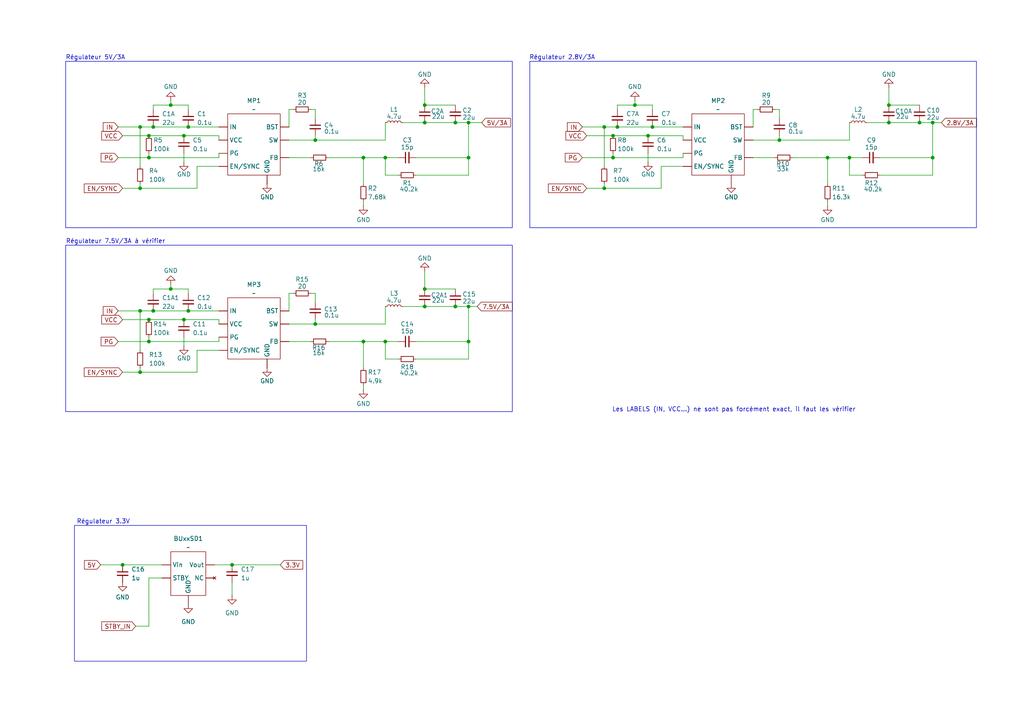
<source format=kicad_sch>
(kicad_sch (version 20250114) (generator "eeschema") (generator_version "9.0")
  (paper "A4")
  (title_block (date "12/09/2025") (company "ENSEA") (comment 1 "CAILLAUD Paul"))
  (lib_symbols
    (symbol "Device:C_Small" (pin_numbers (hide yes)) (pin_names (offset 0.254) (hide yes))
      (property "Reference" "C" (at 0.254 1.778 0))
      (property "Value" "C_Small" (at 0.254 -2.032 0))
      (symbol "C_Small_0_1"
        (polyline (pts (xy -1.524 0.508) (xy 1.524 0.508)) (stroke (width 0.3048)))
        (polyline (pts (xy -1.524 -0.508) (xy 1.524 -0.508)) (stroke (width 0.3302)))
      )
      (symbol "C_Small_1_1"
        (pin passive line (at 0 2.54 270) (length 2.032) (name "~") (number "1"))
        (pin passive line (at 0 -2.54 90) (length 2.032) (name "~") (number "2"))
      )
    )
    (symbol "Device:L_Small" (pin_numbers (hide yes)) (pin_names (offset 0.254) (hide yes))
      (property "Reference" "L" (at 0.762 1.016 0))
      (property "Value" "L_Small" (at 0.762 -1.016 0))
      (symbol "L_Small_0_1"
        (arc (start 0 2.032) (mid 0.5058 1.524) (end 0 1.016))
        (arc (start 0 1.016) (mid 0.5058 0.508) (end 0 0))
        (arc (start 0 0) (mid 0.5058 -0.508) (end 0 -1.016))
        (arc (start 0 -1.016) (mid 0.5058 -1.524) (end 0 -2.032))
      )
      (symbol "L_Small_1_1"
        (pin passive line (at 0 2.54 270) (length 0.508) (name "~") (number "1"))
        (pin passive line (at 0 -2.54 90) (length 0.508) (name "~") (number "2"))
      )
    )
    (symbol "Device:R_Small" (pin_numbers (hide yes)) (pin_names (offset 0.254) (hide yes))
      (property "Reference" "R" (at 0.762 0.508 0))
      (property "Value" "R_Small" (at 0.762 -1.016 0))
      (symbol "R_Small_0_1"
        (rectangle (start -0.762 1.778) (end 0.762 -1.778) (stroke (width 0.2032)))
      )
      (symbol "R_Small_1_1"
        (pin passive line (at 0 2.54 270) (length 0.762) (name "~") (number "1"))
        (pin passive line (at 0 -2.54 90) (length 0.762) (name "~") (number "2"))
      )
    )
    (symbol "MP1475_1"
      (property "Reference" "MP1475" (at 0 7.874 0))
      (symbol "MP1475_1_0_1"
        (rectangle (start -7.62 8.89) (end 7.62 -8.89))
      )
      (symbol "MP1475_1_1_1"
        (pin power_in line (at -10.16 5.08 0) (length 2.54) (name "IN") (number ""))
        (pin power_out line (at -10.16 1.27 0) (length 2.54) (name "VCC") (number ""))
        (pin power_out line (at -10.16 -2.54 0) (length 2.54) (name "PG") (number ""))
        (pin power_in line (at -10.16 -6.35 0) (length 2.54) (name "EN/SYNC") (number ""))
        (pin power_out line (at 3.81 -11.43 90) (length 2.54) (name "GND") (number ""))
        (pin output line (at 10.16 5.08 180) (length 2.54) (name "BST") (number ""))
        (pin output line (at 10.16 1.27 180) (length 2.54) (name "SW") (number ""))
        (pin output line (at 10.16 -3.81 180) (length 2.54) (name "FB") (number ""))
      )
    )
    (symbol "MP1475_2"
      (property "Reference" "MP1475" (at 0 7.874 0))
      (symbol "MP1475_2_0_1"
        (rectangle (start -7.62 8.89) (end 7.62 -8.89))
      )
      (symbol "MP1475_2_1_1"
        (pin power_in line (at -10.16 5.08 0) (length 2.54) (name "IN") (number ""))
        (pin power_out line (at -10.16 1.27 0) (length 2.54) (name "VCC") (number ""))
        (pin power_out line (at -10.16 -2.54 0) (length 2.54) (name "PG") (number ""))
        (pin power_in line (at -10.16 -6.35 0) (length 2.54) (name "EN/SYNC") (number ""))
        (pin power_out line (at 3.81 -11.43 90) (length 2.54) (name "GND") (number ""))
        (pin output line (at 10.16 5.08 180) (length 2.54) (name "BST") (number ""))
        (pin output line (at 10.16 1.27 180) (length 2.54) (name "SW") (number ""))
        (pin output line (at 10.16 -3.81 180) (length 2.54) (name "FB") (number ""))
      )
    )
    (symbol "Regulateur:BUxxSD5"
      (property "Reference" "BUxxSD5" (at 0 5.08 0))
      (symbol "BUxxSD5_0_1"
        (rectangle (start -5.08 6.35) (end 5.08 -6.35))
      )
      (symbol "BUxxSD5_1_1"
        (pin power_in line (at -7.62 2.54 0) (length 2.54) (name "Vin") (number ""))
        (pin input line (at -7.62 -1.27 0) (length 2.54) (name "STBY") (number ""))
        (pin power_out line (at 0 -8.89 90) (length 2.54) (name "GND") (number ""))
        (pin power_out line (at 7.62 2.54 180) (length 2.54) (name "Vout") (number ""))
        (pin no_connect line (at 7.62 -1.27 180) (length 2.54) (name "NC") (number ""))
      )
    )
    (symbol "Regulateur:MP1475"
      (property "Reference" "MP1475" (at 0 7.874 0))
      (symbol "MP1475_0_1"
        (rectangle (start -7.62 8.89) (end 7.62 -8.89))
      )
      (symbol "MP1475_1_1"
        (pin power_in line (at -10.16 5.08 0) (length 2.54) (name "IN") (number ""))
        (pin power_out line (at -10.16 1.27 0) (length 2.54) (name "VCC") (number ""))
        (pin power_out line (at -10.16 -2.54 0) (length 2.54) (name "PG") (number ""))
        (pin power_in line (at -10.16 -6.35 0) (length 2.54) (name "EN/SYNC") (number ""))
        (pin power_out line (at 3.81 -11.43 90) (length 2.54) (name "GND") (number ""))
        (pin output line (at 10.16 5.08 180) (length 2.54) (name "BST") (number ""))
        (pin output line (at 10.16 1.27 180) (length 2.54) (name "SW") (number ""))
        (pin output line (at 10.16 -3.81 180) (length 2.54) (name "FB") (number ""))
      )
    )
    (symbol "power:GND" (power) (pin_numbers (hide yes)) (pin_names (offset 0) (hide yes))
      (property "Value" "GND" (at 0 -3.81 0))
      (symbol "GND_0_1"
        (polyline (pts (xy 0 0) (xy 0 -1.27) (xy 1.27 -1.27) (xy 0 -2.54) (xy -1.27 -1.27) (xy 0 -1.27)))
      )
      (symbol "GND_1_1"
        (pin power_in line (at 0 0 270) (length 0) (name "~") (number "1"))
      )
    )
  )
  (rectangle (start 21.59 152.4) (end 88.9 191.77))
  (rectangle (start 19.05 71.12) (end 148.59 119.38))
  (rectangle (start 19.05 17.78) (end 148.59 66.04))
  (rectangle (start 153.67 17.78) (end 283.21 66.04))
  (text "Régulateur 5V/3A\n" (at 27.686 16.764 0) (effects (font (size 1.27 1.27))))
  (text "Régulateur 7.5V/3A à vérifier\n" (at 33.528 70.104 0) (effects (font (size 1.27 1.27))))
  (text "Les LABELS (IN, VCC...) ne sont pas forcément exact, il faut les vérifier\n" (at 212.852 118.872 0) (effects (font (size 1.27 1.27))))
  (text "Régulateur 2.8V/3A\n" (at 163.068 16.764 0) (effects (font (size 1.27 1.27))))
  (text "Régulateur 3.3V\n" (at 29.972 151.384 0) (effects (font (size 1.27 1.27))))
  (junction (at 123.19 88.9))
  (junction (at 49.53 83.82))
  (junction (at 135.89 35.56))
  (junction (at 177.8 39.37))
  (junction (at 270.51 35.56))
  (junction (at 189.23 36.83))
  (junction (at 270.51 45.72))
  (junction (at 44.45 90.17))
  (junction (at 40.64 54.61))
  (junction (at 111.76 99.06))
  (junction (at 43.18 99.06))
  (junction (at 187.96 39.37))
  (junction (at 135.89 88.9))
  (junction (at 53.34 92.71))
  (junction (at 40.64 90.17))
  (junction (at 91.44 40.64))
  (junction (at 135.89 45.72))
  (junction (at 226.06 40.64))
  (junction (at 132.08 35.56))
  (junction (at 111.76 45.72))
  (junction (at 49.53 30.48))
  (junction (at 40.64 36.83))
  (junction (at 44.45 36.83))
  (junction (at 246.38 45.72))
  (junction (at 43.18 92.71))
  (junction (at 91.44 93.98))
  (junction (at 177.8 45.72))
  (junction (at 257.81 30.48))
  (junction (at 175.26 36.83))
  (junction (at 54.61 36.83))
  (junction (at 40.64 107.95))
  (junction (at 179.07 36.83))
  (junction (at 266.7 35.56))
  (junction (at 53.34 39.37))
  (junction (at 43.18 39.37))
  (junction (at 257.81 35.56))
  (junction (at 123.19 83.82))
  (junction (at 54.61 90.17))
  (junction (at 132.08 88.9))
  (junction (at 35.56 163.83))
  (junction (at 123.19 35.56))
  (junction (at 67.31 163.83))
  (junction (at 184.15 30.48))
  (junction (at 123.19 30.48))
  (junction (at 175.26 54.61))
  (junction (at 43.18 45.72))
  (junction (at 240.03 45.72))
  (junction (at 135.89 99.06))
  (junction (at 105.41 45.72))
  (junction (at 105.41 99.06))
  (wire (pts (xy 123.19 88.9) (xy 132.08 88.9)))
  (wire (pts (xy 90.17 31.75) (xy 91.44 31.75)))
  (wire (pts (xy 111.76 93.98) (xy 91.44 93.98)))
  (wire (pts (xy 168.91 36.83) (xy 175.26 36.83)))
  (wire (pts (xy 218.44 36.83) (xy 218.44 31.75)))
  (wire (pts (xy 111.76 45.72) (xy 111.76 50.8)))
  (wire (pts (xy 198.12 48.26) (xy 191.77 48.26)))
  (wire (pts (xy 177.8 44.45) (xy 177.8 45.72)))
  (wire (pts (xy 120.65 50.8) (xy 135.89 50.8)))
  (wire (pts (xy 266.7 35.56) (xy 270.51 35.56)))
  (wire (pts (xy 91.44 93.98) (xy 83.82 93.98)))
  (wire (pts (xy 63.5 101.6) (xy 57.15 101.6)))
  (wire (pts (xy 105.41 111.76) (xy 105.41 113.03)))
  (wire (pts (xy 218.44 31.75) (xy 219.71 31.75)))
  (wire (pts (xy 189.23 30.48) (xy 189.23 31.75)))
  (wire (pts (xy 83.82 85.09) (xy 85.09 85.09)))
  (wire (pts (xy 35.56 92.71) (xy 43.18 92.71)))
  (wire (pts (xy 170.18 54.61) (xy 175.26 54.61)))
  (wire (pts (xy 191.77 48.26) (xy 191.77 54.61)))
  (wire (pts (xy 63.5 36.83) (xy 54.61 36.83)))
  (wire (pts (xy 132.08 88.9) (xy 135.89 88.9)))
  (wire (pts (xy 218.44 45.72) (xy 224.79 45.72)))
  (wire (pts (xy 189.23 36.83) (xy 179.07 36.83)))
  (wire (pts (xy 43.18 181.61) (xy 39.37 181.61)))
  (wire (pts (xy 198.12 36.83) (xy 189.23 36.83)))
  (wire (pts (xy 255.27 45.72) (xy 270.51 45.72)))
  (wire (pts (xy 255.27 50.8) (xy 270.51 50.8)))
  (wire (pts (xy 63.5 92.71) (xy 53.34 92.71)))
  (wire (pts (xy 111.76 35.56) (xy 111.76 40.64)))
  (wire (pts (xy 54.61 83.82) (xy 49.53 83.82)))
  (wire (pts (xy 63.5 40.64) (xy 63.5 39.37)))
  (wire (pts (xy 135.89 50.8) (xy 135.89 45.72)))
  (wire (pts (xy 49.53 82.55) (xy 49.53 83.82)))
  (wire (pts (xy 43.18 99.06) (xy 63.5 99.06)))
  (wire (pts (xy 111.76 45.72) (xy 115.57 45.72)))
  (wire (pts (xy 34.29 90.17) (xy 40.64 90.17)))
  (wire (pts (xy 95.25 45.72) (xy 105.41 45.72)))
  (wire (pts (xy 57.15 48.26) (xy 57.15 54.61)))
  (wire (pts (xy 246.38 45.72) (xy 246.38 50.8)))
  (wire (pts (xy 191.77 54.61) (xy 175.26 54.61)))
  (wire (pts (xy 34.29 36.83) (xy 40.64 36.83)))
  (wire (pts (xy 111.76 99.06) (xy 111.76 104.14)))
  (wire (pts (xy 63.5 48.26) (xy 57.15 48.26)))
  (wire (pts (xy 54.61 83.82) (xy 54.61 85.09)))
  (wire (pts (xy 123.19 83.82) (xy 132.08 83.82)))
  (wire (pts (xy 43.18 97.79) (xy 43.18 99.06)))
  (wire (pts (xy 54.61 36.83) (xy 44.45 36.83)))
  (wire (pts (xy 91.44 31.75) (xy 91.44 34.29)))
  (wire (pts (xy 116.84 35.56) (xy 123.19 35.56)))
  (wire (pts (xy 29.21 163.83) (xy 35.56 163.83)))
  (wire (pts (xy 54.61 90.17) (xy 44.45 90.17)))
  (wire (pts (xy 175.26 36.83) (xy 179.07 36.83)))
  (wire (pts (xy 43.18 44.45) (xy 43.18 45.72)))
  (wire (pts (xy 111.76 88.9) (xy 111.76 93.98)))
  (wire (pts (xy 43.18 167.64) (xy 43.18 181.61)))
  (wire (pts (xy 53.34 44.45) (xy 53.34 46.99)))
  (wire (pts (xy 49.53 83.82) (xy 44.45 83.82)))
  (wire (pts (xy 198.12 40.64) (xy 198.12 39.37)))
  (wire (pts (xy 43.18 45.72) (xy 63.5 45.72)))
  (wire (pts (xy 35.56 107.95) (xy 40.64 107.95)))
  (wire (pts (xy 40.64 54.61) (xy 40.64 53.34)))
  (wire (pts (xy 240.03 45.72) (xy 246.38 45.72)))
  (wire (pts (xy 35.56 163.83) (xy 46.99 163.83)))
  (wire (pts (xy 63.5 90.17) (xy 54.61 90.17)))
  (wire (pts (xy 62.23 163.83) (xy 67.31 163.83)))
  (wire (pts (xy 135.89 35.56) (xy 139.7 35.56)))
  (wire (pts (xy 177.8 39.37) (xy 187.96 39.37)))
  (wire (pts (xy 120.65 99.06) (xy 135.89 99.06)))
  (wire (pts (xy 40.64 36.83) (xy 44.45 36.83)))
  (wire (pts (xy 116.84 88.9) (xy 123.19 88.9)))
  (wire (pts (xy 115.57 50.8) (xy 111.76 50.8)))
  (wire (pts (xy 91.44 92.71) (xy 91.44 93.98)))
  (wire (pts (xy 246.38 40.64) (xy 226.06 40.64)))
  (wire (pts (xy 44.45 30.48) (xy 44.45 31.75)))
  (wire (pts (xy 67.31 168.91) (xy 67.31 172.72)))
  (wire (pts (xy 184.15 29.21) (xy 184.15 30.48)))
  (wire (pts (xy 44.45 83.82) (xy 44.45 85.09)))
  (wire (pts (xy 257.81 35.56) (xy 266.7 35.56)))
  (wire (pts (xy 57.15 54.61) (xy 40.64 54.61)))
  (wire (pts (xy 63.5 45.72) (xy 63.5 44.45)))
  (wire (pts (xy 83.82 99.06) (xy 90.17 99.06)))
  (wire (pts (xy 120.65 45.72) (xy 135.89 45.72)))
  (wire (pts (xy 95.25 99.06) (xy 105.41 99.06)))
  (wire (pts (xy 170.18 39.37) (xy 177.8 39.37)))
  (wire (pts (xy 67.31 163.83) (xy 81.28 163.83)))
  (wire (pts (xy 229.87 45.72) (xy 240.03 45.72)))
  (wire (pts (xy 120.65 104.14) (xy 135.89 104.14)))
  (wire (pts (xy 250.19 50.8) (xy 246.38 50.8)))
  (wire (pts (xy 198.12 39.37) (xy 187.96 39.37)))
  (wire (pts (xy 43.18 92.71) (xy 53.34 92.71)))
  (wire (pts (xy 83.82 36.83) (xy 83.82 31.75)))
  (wire (pts (xy 246.38 35.56) (xy 246.38 40.64)))
  (wire (pts (xy 226.06 39.37) (xy 226.06 40.64)))
  (wire (pts (xy 34.29 45.72) (xy 43.18 45.72)))
  (wire (pts (xy 43.18 167.64) (xy 46.99 167.64)))
  (wire (pts (xy 187.96 44.45) (xy 187.96 46.99)))
  (wire (pts (xy 35.56 54.61) (xy 40.64 54.61)))
  (wire (pts (xy 111.76 40.64) (xy 91.44 40.64)))
  (wire (pts (xy 83.82 45.72) (xy 90.17 45.72)))
  (wire (pts (xy 135.89 88.9) (xy 138.43 88.9)))
  (wire (pts (xy 270.51 35.56) (xy 273.05 35.56)))
  (wire (pts (xy 34.29 99.06) (xy 43.18 99.06)))
  (wire (pts (xy 135.89 45.72) (xy 135.89 35.56)))
  (wire (pts (xy 105.41 99.06) (xy 105.41 106.68)))
  (wire (pts (xy 132.08 35.56) (xy 135.89 35.56)))
  (wire (pts (xy 43.18 39.37) (xy 53.34 39.37)))
  (wire (pts (xy 175.26 48.26) (xy 175.26 36.83)))
  (wire (pts (xy 224.79 31.75) (xy 226.06 31.75)))
  (wire (pts (xy 83.82 31.75) (xy 85.09 31.75)))
  (wire (pts (xy 40.64 48.26) (xy 40.64 36.83)))
  (wire (pts (xy 105.41 58.42) (xy 105.41 59.69)))
  (wire (pts (xy 257.81 25.4) (xy 257.81 30.48)))
  (wire (pts (xy 40.64 90.17) (xy 44.45 90.17)))
  (wire (pts (xy 184.15 30.48) (xy 179.07 30.48)))
  (wire (pts (xy 135.89 99.06) (xy 135.89 88.9)))
  (wire (pts (xy 179.07 30.48) (xy 179.07 31.75)))
  (wire (pts (xy 123.19 78.74) (xy 123.19 83.82)))
  (wire (pts (xy 105.41 99.06) (xy 111.76 99.06)))
  (wire (pts (xy 168.91 45.72) (xy 177.8 45.72)))
  (wire (pts (xy 240.03 45.72) (xy 240.03 53.34)))
  (wire (pts (xy 57.15 107.95) (xy 40.64 107.95)))
  (wire (pts (xy 57.15 101.6) (xy 57.15 107.95)))
  (wire (pts (xy 63.5 99.06) (xy 63.5 97.79)))
  (wire (pts (xy 63.5 39.37) (xy 53.34 39.37)))
  (wire (pts (xy 83.82 90.17) (xy 83.82 85.09)))
  (wire (pts (xy 123.19 30.48) (xy 132.08 30.48)))
  (wire (pts (xy 111.76 99.06) (xy 115.57 99.06)))
  (wire (pts (xy 105.41 45.72) (xy 111.76 45.72)))
  (wire (pts (xy 123.19 25.4) (xy 123.19 30.48)))
  (wire (pts (xy 257.81 30.48) (xy 266.7 30.48)))
  (wire (pts (xy 105.41 45.72) (xy 105.41 53.34)))
  (wire (pts (xy 40.64 101.6) (xy 40.64 90.17)))
  (wire (pts (xy 63.5 93.98) (xy 63.5 92.71)))
  (wire (pts (xy 49.53 30.48) (xy 44.45 30.48)))
  (wire (pts (xy 175.26 54.61) (xy 175.26 53.34)))
  (wire (pts (xy 270.51 50.8) (xy 270.51 45.72)))
  (wire (pts (xy 246.38 45.72) (xy 250.19 45.72)))
  (wire (pts (xy 226.06 40.64) (xy 218.44 40.64)))
  (wire (pts (xy 49.53 29.21) (xy 49.53 30.48)))
  (wire (pts (xy 53.34 97.79) (xy 53.34 100.33)))
  (wire (pts (xy 198.12 45.72) (xy 198.12 44.45)))
  (wire (pts (xy 35.56 39.37) (xy 43.18 39.37)))
  (wire (pts (xy 91.44 85.09) (xy 91.44 87.63)))
  (wire (pts (xy 54.61 30.48) (xy 54.61 31.75)))
  (wire (pts (xy 240.03 58.42) (xy 240.03 59.69)))
  (wire (pts (xy 90.17 85.09) (xy 91.44 85.09)))
  (wire (pts (xy 226.06 31.75) (xy 226.06 34.29)))
  (wire (pts (xy 123.19 35.56) (xy 132.08 35.56)))
  (wire (pts (xy 270.51 45.72) (xy 270.51 35.56)))
  (wire (pts (xy 251.46 35.56) (xy 257.81 35.56)))
  (wire (pts (xy 91.44 40.64) (xy 83.82 40.64)))
  (wire (pts (xy 54.61 30.48) (xy 49.53 30.48)))
  (wire (pts (xy 177.8 45.72) (xy 198.12 45.72)))
  (wire (pts (xy 115.57 104.14) (xy 111.76 104.14)))
  (wire (pts (xy 91.44 39.37) (xy 91.44 40.64)))
  (wire (pts (xy 189.23 30.48) (xy 184.15 30.48)))
  (wire (pts (xy 40.64 107.95) (xy 40.64 106.68)))
  (wire (pts (xy 135.89 104.14) (xy 135.89 99.06)))
  (global_label "VCC" (shape input) (at 35.56 92.71 180) (property "Intersheetrefs" "${INTERSHEET_REFS}" (effects (hide yes))))
  (global_label "5V{slash}3A" (shape input) (at 139.7 35.56 0) (property "Intersheetrefs" "${INTERSHEET_REFS}" (effects (hide yes))))
  (global_label "EN{slash}SYNC" (shape input) (at 35.56 107.95 180) (property "Intersheetrefs" "${INTERSHEET_REFS}" (effects (hide yes))))
  (global_label "PG" (shape input) (at 34.29 99.06 180) (property "Intersheetrefs" "${INTERSHEET_REFS}" (effects (hide yes))))
  (global_label "IN" (shape input) (at 34.29 90.17 180) (property "Intersheetrefs" "${INTERSHEET_REFS}" (effects (hide yes))))
  (global_label "VCC" (shape input) (at 35.56 39.37 180) (property "Intersheetrefs" "${INTERSHEET_REFS}" (effects (hide yes))))
  (global_label "STBY_IN" (shape input) (at 39.37 181.61 180) (property "Intersheetrefs" "${INTERSHEET_REFS}" (effects (hide yes))))
  (global_label "VCC" (shape input) (at 170.18 39.37 180) (property "Intersheetrefs" "${INTERSHEET_REFS}" (effects (hide yes))))
  (global_label "5V" (shape input) (at 29.21 163.83 180) (property "Intersheetrefs" "${INTERSHEET_REFS}" (effects (hide yes))))
  (global_label "2.8V{slash}3A" (shape input) (at 273.05 35.56 0) (property "Intersheetrefs" "${INTERSHEET_REFS}" (effects (hide yes))))
  (global_label "EN{slash}SYNC" (shape input) (at 170.18 54.61 180) (property "Intersheetrefs" "${INTERSHEET_REFS}" (effects (hide yes))))
  (global_label "IN" (shape input) (at 34.29 36.83 180) (property "Intersheetrefs" "${INTERSHEET_REFS}" (effects (hide yes))))
  (global_label "IN" (shape input) (at 168.91 36.83 180) (property "Intersheetrefs" "${INTERSHEET_REFS}" (effects (hide yes))))
  (global_label "3.3V" (shape input) (at 81.28 163.83 0) (property "Intersheetrefs" "${INTERSHEET_REFS}" (effects (hide yes))))
  (global_label "PG" (shape input) (at 34.29 45.72 180) (property "Intersheetrefs" "${INTERSHEET_REFS}" (effects (hide yes))))
  (global_label "PG" (shape input) (at 168.91 45.72 180) (property "Intersheetrefs" "${INTERSHEET_REFS}" (effects (hide yes))))
  (global_label "7.5V{slash}3A" (shape input) (at 138.43 88.9 0) (property "Intersheetrefs" "${INTERSHEET_REFS}" (effects (hide yes))))
  (global_label "EN{slash}SYNC" (shape input) (at 35.56 54.61 180) (property "Intersheetrefs" "${INTERSHEET_REFS}" (effects (hide yes))))
  (symbol (lib_id "Device:C_Small") (at 35.56 166.37 0) (unit 1)
    (property "Reference" "C16" (at 38.1 165.1062 0) (effects (justify left)))
    (property "Value" "1u" (at 38.1 167.6462 0) (effects (justify left)))
    (property "Description" "Unpolarized capacitor, small symbol" (effects (hide yes)))
  )
  (symbol (lib_id "Device:R_Small") (at 227.33 45.72 270) (unit 1)
    (property "Reference" "R10" (at 227.076 47.498 90))
    (property "Value" "33k" (at 227.076 49.022 90))
    (property "Description" "Resistor, small symbol" (effects (hide yes)))
  )
  (symbol (lib_id "Device:R_Small") (at 40.64 104.14 0) (unit 1)
    (property "Reference" "R13" (at 43.18 102.8699 0) (effects (justify left)))
    (property "Value" "100k" (at 43.18 105.4099 0) (effects (justify left)))
    (property "Description" "Resistor, small symbol" (effects (hide yes)))
  )
  (symbol (lib_id "Device:C_Small") (at 226.06 36.83 0) (unit 1)
    (property "Reference" "C8" (at 228.6 36.322 0) (effects (justify left)))
    (property "Value" "0.1u" (at 228.6 38.1062 0) (effects (justify left)))
    (property "Description" "Unpolarized capacitor, small symbol" (effects (hide yes)))
  )
  (symbol (lib_id "Device:R_Small") (at 118.11 104.14 90) (unit 1)
    (property "Reference" "R18" (at 118.11 106.426 90))
    (property "Value" "40.2k" (at 118.618 108.204 90))
    (property "Description" "Resistor, small symbol" (effects (hide yes)))
  )
  (symbol (lib_id "power:GND") (at 184.15 29.21 180) (unit 1)
    (property "Reference" "#PWR06" (effects (hide yes)))
    (property "Value" "GND" (at 184.15 25.146 0))
    (property "Description" "Power symbol creates a global label with name \"GND\" , ground" (effects (hide yes)))
  )
  (symbol (lib_id "Device:R_Small") (at 105.41 55.88 0) (unit 1)
    (property "Reference" "R2" (at 106.68 54.61 0) (effects (justify left)))
    (property "Value" "7.68k" (at 106.68 57.15 0) (effects (justify left)))
    (property "Description" "Resistor, small symbol" (effects (hide yes)))
  )
  (symbol (lib_id "Device:C_Small") (at 132.08 86.36 0) (unit 1)
    (property "Reference" "C15" (at 134.112 85.344 0) (effects (justify left)))
    (property "Value" "22u" (at 134.112 87.376 0) (effects (justify left)))
    (property "Description" "Unpolarized capacitor, small symbol" (effects (hide yes)))
  )
  (symbol (lib_id "Device:C_Small") (at 44.45 87.63 0) (unit 1)
    (property "Reference" "C1A1" (at 46.99 86.3662 0) (effects (justify left)))
    (property "Value" "22u" (at 46.99 88.9062 0) (effects (justify left)))
    (property "Description" "Unpolarized capacitor, small symbol" (effects (hide yes)))
  )
  (symbol (lib_id "Device:C_Small") (at 252.73 45.72 90) (unit 1)
    (property "Reference" "C9" (at 252.73 40.64 90))
    (property "Value" "15p" (at 252.73 42.672 90))
    (property "Description" "Unpolarized capacitor, small symbol" (effects (hide yes)))
  )
  (symbol (lib_id "Device:C_Small") (at 91.44 36.83 0) (unit 1)
    (property "Reference" "C4" (at 93.98 36.322 0) (effects (justify left)))
    (property "Value" "0.1u" (at 93.98 38.1062 0) (effects (justify left)))
    (property "Description" "Unpolarized capacitor, small symbol" (effects (hide yes)))
  )
  (symbol (lib_id "Device:R_Small") (at 43.18 95.25 0) (unit 1)
    (property "Reference" "R14" (at 44.45 93.98 0) (effects (justify left)))
    (property "Value" "100k" (at 44.45 96.52 0) (effects (justify left)))
    (property "Description" "Resistor, small symbol" (effects (hide yes)))
  )
  (symbol (lib_id "Device:R_Small") (at 177.8 41.91 0) (unit 1)
    (property "Reference" "R8" (at 179.07 40.64 0) (effects (justify left)))
    (property "Value" "100k" (at 179.07 43.18 0) (effects (justify left)))
    (property "Description" "Resistor, small symbol" (effects (hide yes)))
  )
  (symbol (lib_id "power:GND") (at 212.09 53.34 0) (unit 1)
    (property "Reference" "#PWR08" (effects (hide yes)))
    (property "Value" "GND" (at 212.09 57.15 0))
    (property "Description" "Power symbol creates a global label with name \"GND\" , ground" (effects (hide yes)))
  )
  (symbol (lib_name "MP1475_2") (lib_id "Regulateur:MP1475") (at 73.66 95.25 0) (unit 1)
    (property "Reference" "MP3" (at 73.66 82.55 0))
    (property "Value" "~" (at 73.66 85.09 0))
  )
  (symbol (lib_id "Device:R_Small") (at 252.73 50.8 90) (unit 1)
    (property "Reference" "R12" (at 252.73 53.086 90))
    (property "Value" "40.2k" (at 253.238 54.864 90))
    (property "Description" "Resistor, small symbol" (effects (hide yes)))
  )
  (symbol (lib_id "Device:R_Small") (at 92.71 99.06 270) (unit 1)
    (property "Reference" "R16" (at 92.456 100.838 90))
    (property "Value" "16k" (at 92.456 102.362 90))
    (property "Description" "Resistor, small symbol" (effects (hide yes)))
  )
  (symbol (lib_id "Regulateur:MP1475") (at 73.66 41.91 0) (unit 1)
    (property "Reference" "MP1" (at 73.66 29.21 0))
    (property "Value" "~" (at 73.66 31.75 0))
  )
  (symbol (lib_id "power:GND") (at 187.96 46.99 0) (unit 1)
    (property "Reference" "#PWR07" (effects (hide yes)))
    (property "Value" "GND" (at 185.928 50.546 0) (effects (justify left)))
    (property "Description" "Power symbol creates a global label with name \"GND\" , ground" (effects (hide yes)))
  )
  (symbol (lib_id "Device:R_Small") (at 87.63 31.75 90) (unit 1)
    (property "Reference" "R3" (at 87.63 27.686 90))
    (property "Value" "20" (at 87.63 29.718 90))
    (property "Description" "Resistor, small symbol" (effects (hide yes)))
  )
  (symbol (lib_id "power:GND") (at 257.81 25.4 180) (unit 1)
    (property "Reference" "#PWR010" (effects (hide yes)))
    (property "Value" "GND" (at 257.81 21.59 0))
    (property "Description" "Power symbol creates a global label with name \"GND\" , ground" (effects (hide yes)))
  )
  (symbol (lib_id "Device:C_Small") (at 123.19 86.36 0) (unit 1)
    (property "Reference" "C2A1" (at 124.968 85.598 0) (effects (justify left)))
    (property "Value" "22u" (at 125.222 87.122 0) (effects (justify left)))
    (property "Description" "Unpolarized capacitor, small symbol" (effects (hide yes)))
  )
  (symbol (lib_id "Device:C_Small") (at 266.7 33.02 0) (unit 1)
    (property "Reference" "C10" (at 268.732 32.004 0) (effects (justify left)))
    (property "Value" "22u" (at 268.732 34.036 0) (effects (justify left)))
    (property "Description" "Unpolarized capacitor, small symbol" (effects (hide yes)))
  )
  (symbol (lib_id "power:GND") (at 123.19 78.74 180) (unit 1)
    (property "Reference" "#PWR015" (effects (hide yes)))
    (property "Value" "GND" (at 123.19 74.93 0))
    (property "Description" "Power symbol creates a global label with name \"GND\" , ground" (effects (hide yes)))
  )
  (symbol (lib_id "Device:C_Small") (at 179.07 34.29 0) (unit 1)
    (property "Reference" "C7A" (at 181.61 33.0262 0) (effects (justify left)))
    (property "Value" "22u" (at 181.61 35.5662 0) (effects (justify left)))
    (property "Description" "Unpolarized capacitor, small symbol" (effects (hide yes)))
  )
  (symbol (lib_id "Device:C_Small") (at 118.11 45.72 90) (unit 1)
    (property "Reference" "C3" (at 118.11 40.64 90))
    (property "Value" "15p" (at 118.11 42.672 90))
    (property "Description" "Unpolarized capacitor, small symbol" (effects (hide yes)))
  )
  (symbol (lib_id "Device:C_Small") (at 187.96 41.91 0) (unit 1)
    (property "Reference" "C6" (at 190.5 40.6462 0) (effects (justify left)))
    (property "Value" "0.1u" (at 190.5 43.1862 0) (effects (justify left)))
    (property "Description" "Unpolarized capacitor, small symbol" (effects (hide yes)))
  )
  (symbol (lib_id "power:GND") (at 105.41 59.69 0) (unit 1)
    (property "Reference" "#PWR05" (effects (hide yes)))
    (property "Value" "GND" (at 105.41 63.754 0))
    (property "Description" "Power symbol creates a global label with name \"GND\" , ground" (effects (hide yes)))
  )
  (symbol (lib_id "Device:R_Small") (at 40.64 50.8 0) (unit 1)
    (property "Reference" "R4" (at 43.18 49.5299 0) (effects (justify left)))
    (property "Value" "100k" (at 43.18 52.0699 0) (effects (justify left)))
    (property "Description" "Resistor, small symbol" (effects (hide yes)))
  )
  (symbol (lib_id "Device:C_Small") (at 67.31 166.37 0) (unit 1)
    (property "Reference" "C17" (at 69.85 165.1062 0) (effects (justify left)))
    (property "Value" "1u" (at 69.85 167.6462 0) (effects (justify left)))
    (property "Description" "Unpolarized capacitor, small symbol" (effects (hide yes)))
  )
  (symbol (lib_id "Device:R_Small") (at 105.41 109.22 0) (unit 1)
    (property "Reference" "R17" (at 106.68 107.95 0) (effects (justify left)))
    (property "Value" "4.9k" (at 106.68 110.49 0) (effects (justify left)))
    (property "Description" "Resistor, small symbol" (effects (hide yes)))
  )
  (symbol (lib_id "Device:R_Small") (at 87.63 85.09 90) (unit 1)
    (property "Reference" "R15" (at 87.63 81.026 90))
    (property "Value" "20" (at 87.63 83.058 90))
    (property "Description" "Resistor, small symbol" (effects (hide yes)))
  )
  (symbol (lib_id "Device:C_Small") (at 54.61 87.63 0) (unit 1)
    (property "Reference" "C12" (at 57.15 86.3662 0) (effects (justify left)))
    (property "Value" "0.1u" (at 57.15 88.9062 0) (effects (justify left)))
    (property "Description" "Unpolarized capacitor, small symbol" (effects (hide yes)))
  )
  (symbol (lib_id "power:GND") (at 49.53 29.21 180) (unit 1)
    (property "Reference" "#PWR03" (effects (hide yes)))
    (property "Value" "GND" (at 49.53 25.146 0))
    (property "Description" "Power symbol creates a global label with name \"GND\" , ground" (effects (hide yes)))
  )
  (symbol (lib_id "power:GND") (at 123.19 25.4 180) (unit 1)
    (property "Reference" "#PWR04" (effects (hide yes)))
    (property "Value" "GND" (at 123.19 21.59 0))
    (property "Description" "Power symbol creates a global label with name \"GND\" , ground" (effects (hide yes)))
  )
  (symbol (lib_id "Device:R_Small") (at 240.03 55.88 0) (unit 1)
    (property "Reference" "R11" (at 241.3 54.61 0) (effects (justify left)))
    (property "Value" "16.3k" (at 241.3 57.15 0) (effects (justify left)))
    (property "Description" "Resistor, small symbol" (effects (hide yes)))
  )
  (symbol (lib_id "Device:C_Small") (at 54.61 34.29 0) (unit 1)
    (property "Reference" "C1" (at 57.15 33.0262 0) (effects (justify left)))
    (property "Value" "0.1u" (at 57.15 35.5662 0) (effects (justify left)))
    (property "Description" "Unpolarized capacitor, small symbol" (effects (hide yes)))
  )
  (symbol (lib_id "Device:C_Small") (at 44.45 34.29 0) (unit 1)
    (property "Reference" "C1A" (at 46.99 33.0262 0) (effects (justify left)))
    (property "Value" "22u" (at 46.99 35.5662 0) (effects (justify left)))
    (property "Description" "Unpolarized capacitor, small symbol" (effects (hide yes)))
  )
  (symbol (lib_id "power:GND") (at 53.34 100.33 0) (unit 1)
    (property "Reference" "#PWR012" (effects (hide yes)))
    (property "Value" "GND" (at 51.308 103.886 0) (effects (justify left)))
    (property "Description" "Power symbol creates a global label with name \"GND\" , ground" (effects (hide yes)))
  )
  (symbol (lib_id "Device:C_Small") (at 91.44 90.17 0) (unit 1)
    (property "Reference" "C13" (at 93.98 89.662 0) (effects (justify left)))
    (property "Value" "0.1u" (at 93.98 91.4462 0) (effects (justify left)))
    (property "Description" "Unpolarized capacitor, small symbol" (effects (hide yes)))
  )
  (symbol (lib_id "power:GND") (at 54.61 175.26 0) (unit 1)
    (property "Reference" "#PWR016" (effects (hide yes)))
    (property "Value" "GND" (at 54.61 180.34 0))
    (property "Description" "Power symbol creates a global label with name \"GND\" , ground" (effects (hide yes)))
  )
  (symbol (lib_id "Device:R_Small") (at 43.18 41.91 0) (unit 1)
    (property "Reference" "R5" (at 44.45 40.64 0) (effects (justify left)))
    (property "Value" "100k" (at 44.45 43.18 0) (effects (justify left)))
    (property "Description" "Resistor, small symbol" (effects (hide yes)))
  )
  (symbol (lib_id "power:GND") (at 67.31 172.72 0) (unit 1)
    (property "Reference" "#PWR017" (effects (hide yes)))
    (property "Value" "GND" (at 67.31 177.8 0))
    (property "Description" "Power symbol creates a global label with name \"GND\" , ground" (effects (hide yes)))
  )
  (symbol (lib_id "Device:C_Small") (at 132.08 33.02 0) (unit 1)
    (property "Reference" "C2" (at 134.112 32.004 0) (effects (justify left)))
    (property "Value" "22u" (at 134.112 34.036 0) (effects (justify left)))
    (property "Description" "Unpolarized capacitor, small symbol" (effects (hide yes)))
  )
  (symbol (lib_id "Device:C_Small") (at 118.11 99.06 90) (unit 1)
    (property "Reference" "C14" (at 118.11 93.98 90))
    (property "Value" "15p" (at 118.11 96.012 90))
    (property "Description" "Unpolarized capacitor, small symbol" (effects (hide yes)))
  )
  (symbol (lib_id "Device:L_Small") (at 248.92 35.56 90) (unit 1)
    (property "Reference" "L2" (at 248.92 31.75 90))
    (property "Value" "4.7u" (at 248.92 33.782 90))
    (property "Description" "Inductor, small symbol" (effects (hide yes)))
  )
  (symbol (lib_id "Regulateur:BUxxSD5") (at 54.61 166.37 0) (unit 1)
    (property "Reference" "BUxxSD1" (at 54.61 156.21 0))
    (property "Value" "~" (at 54.61 158.75 0))
  )
  (symbol (lib_id "power:GND") (at 105.41 113.03 0) (unit 1)
    (property "Reference" "#PWR014" (effects (hide yes)))
    (property "Value" "GND" (at 105.41 117.094 0))
    (property "Description" "Power symbol creates a global label with name \"GND\" , ground" (effects (hide yes)))
  )
  (symbol (lib_id "Device:R_Small") (at 175.26 50.8 0) (unit 1)
    (property "Reference" "R7" (at 177.8 49.5299 0) (effects (justify left)))
    (property "Value" "100k" (at 177.8 52.0699 0) (effects (justify left)))
    (property "Description" "Resistor, small symbol" (effects (hide yes)))
  )
  (symbol (lib_id "Device:R_Small") (at 92.71 45.72 270) (unit 1)
    (property "Reference" "R6" (at 92.456 47.498 90))
    (property "Value" "16k" (at 92.456 49.022 90))
    (property "Description" "Resistor, small symbol" (effects (hide yes)))
  )
  (symbol (lib_id "power:GND") (at 53.34 46.99 0) (unit 1)
    (property "Reference" "#PWR02" (effects (hide yes)))
    (property "Value" "GND" (at 51.308 50.546 0) (effects (justify left)))
    (property "Description" "Power symbol creates a global label with name \"GND\" , ground" (effects (hide yes)))
  )
  (symbol (lib_id "Device:C_Small") (at 189.23 34.29 0) (unit 1)
    (property "Reference" "C7" (at 191.77 33.0262 0) (effects (justify left)))
    (property "Value" "0.1u" (at 191.77 35.5662 0) (effects (justify left)))
    (property "Description" "Unpolarized capacitor, small symbol" (effects (hide yes)))
  )
  (symbol (lib_id "Device:C_Small") (at 123.19 33.02 0) (unit 1)
    (property "Reference" "C2A" (at 124.968 32.258 0) (effects (justify left)))
    (property "Value" "22u" (at 125.222 33.782 0) (effects (justify left)))
    (property "Description" "Unpolarized capacitor, small symbol" (effects (hide yes)))
  )
  (symbol (lib_id "Device:C_Small") (at 53.34 95.25 0) (unit 1)
    (property "Reference" "C11" (at 55.88 93.9862 0) (effects (justify left)))
    (property "Value" "0.1u" (at 55.88 96.5262 0) (effects (justify left)))
    (property "Description" "Unpolarized capacitor, small symbol" (effects (hide yes)))
  )
  (symbol (lib_id "power:GND") (at 35.56 168.91 0) (unit 1)
    (property "Reference" "#PWR018" (effects (hide yes)))
    (property "Value" "GND" (at 35.56 173.228 0))
    (property "Description" "Power symbol creates a global label with name \"GND\" , ground" (effects (hide yes)))
  )
  (symbol (lib_id "Device:C_Small") (at 53.34 41.91 0) (unit 1)
    (property "Reference" "C5" (at 55.88 40.6462 0) (effects (justify left)))
    (property "Value" "0.1u" (at 55.88 43.1862 0) (effects (justify left)))
    (property "Description" "Unpolarized capacitor, small symbol" (effects (hide yes)))
  )
  (symbol (lib_id "Device:C_Small") (at 257.81 33.02 0) (unit 1)
    (property "Reference" "C10A" (at 259.588 32.258 0) (effects (justify left)))
    (property "Value" "22u" (at 259.842 33.782 0) (effects (justify left)))
    (property "Description" "Unpolarized capacitor, small symbol" (effects (hide yes)))
  )
  (symbol (lib_id "Device:R_Small") (at 222.25 31.75 90) (unit 1)
    (property "Reference" "R9" (at 222.25 27.686 90))
    (property "Value" "20" (at 222.25 29.718 90))
    (property "Description" "Resistor, small symbol" (effects (hide yes)))
  )
  (symbol (lib_id "power:GND") (at 77.47 106.68 0) (unit 1)
    (property "Reference" "#PWR013" (effects (hide yes)))
    (property "Value" "GND" (at 77.47 110.49 0))
    (property "Description" "Power symbol creates a global label with name \"GND\" , ground" (effects (hide yes)))
  )
  (symbol (lib_id "Device:R_Small") (at 118.11 50.8 90) (unit 1)
    (property "Reference" "R1" (at 118.11 53.086 90))
    (property "Value" "40.2k" (at 118.618 54.864 90))
    (property "Description" "Resistor, small symbol" (effects (hide yes)))
  )
  (symbol (lib_name "MP1475_1") (lib_id "Regulateur:MP1475") (at 208.28 41.91 0) (unit 1)
    (property "Reference" "MP2" (at 208.28 29.21 0))
    (property "Value" "~" (at 208.28 31.75 0))
  )
  (symbol (lib_id "Device:L_Small") (at 114.3 35.56 90) (unit 1)
    (property "Reference" "L1" (at 114.3 31.75 90))
    (property "Value" "4.7u" (at 114.3 33.782 90))
    (property "Description" "Inductor, small symbol" (effects (hide yes)))
  )
  (symbol (lib_id "power:GND") (at 49.53 82.55 180) (unit 1)
    (property "Reference" "#PWR011" (effects (hide yes)))
    (property "Value" "GND" (at 49.53 78.486 0))
    (property "Description" "Power symbol creates a global label with name \"GND\" , ground" (effects (hide yes)))
  )
  (symbol (lib_id "Device:L_Small") (at 114.3 88.9 90) (unit 1)
    (property "Reference" "L3" (at 114.3 85.09 90))
    (property "Value" "4.7u" (at 114.3 87.122 90))
    (property "Description" "Inductor, small symbol" (effects (hide yes)))
  )
  (symbol (lib_id "power:GND") (at 77.47 53.34 0) (unit 1)
    (property "Reference" "#PWR01" (effects (hide yes)))
    (property "Value" "GND" (at 77.47 57.15 0))
    (property "Description" "Power symbol creates a global label with name \"GND\" , ground" (effects (hide yes)))
  )
  (symbol (lib_id "power:GND") (at 240.03 59.69 0) (unit 1)
    (property "Reference" "#PWR09" (effects (hide yes)))
    (property "Value" "GND" (at 240.03 63.754 0))
    (property "Description" "Power symbol creates a global label with name \"GND\" , ground" (effects (hide yes)))
  )
)
</source>
